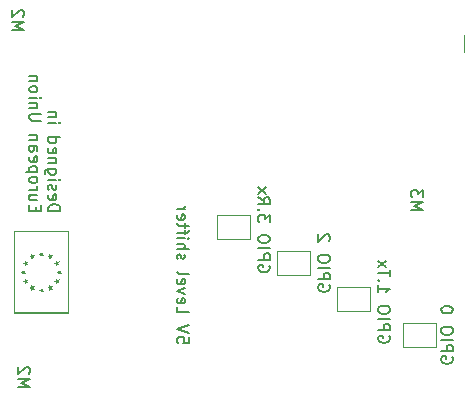
<source format=gbo>
%TF.GenerationSoftware,KiCad,Pcbnew,6.0.11*%
%TF.CreationDate,2024-08-04T21:37:39+01:00*%
%TF.ProjectId,ESPboard,45535062-6f61-4726-942e-6b696361645f,rev?*%
%TF.SameCoordinates,PX87a6900PY5d04800*%
%TF.FileFunction,Legend,Bot*%
%TF.FilePolarity,Positive*%
%FSLAX46Y46*%
G04 Gerber Fmt 4.6, Leading zero omitted, Abs format (unit mm)*
G04 Created by KiCad (PCBNEW 6.0.11) date 2024-08-04 21:37:39*
%MOMM*%
%LPD*%
G01*
G04 APERTURE LIST*
G04 Aperture macros list*
%AMRoundRect*
0 Rectangle with rounded corners*
0 $1 Rounding radius*
0 $2 $3 $4 $5 $6 $7 $8 $9 X,Y pos of 4 corners*
0 Add a 4 corners polygon primitive as box body*
4,1,4,$2,$3,$4,$5,$6,$7,$8,$9,$2,$3,0*
0 Add four circle primitives for the rounded corners*
1,1,$1+$1,$2,$3*
1,1,$1+$1,$4,$5*
1,1,$1+$1,$6,$7*
1,1,$1+$1,$8,$9*
0 Add four rect primitives between the rounded corners*
20,1,$1+$1,$2,$3,$4,$5,0*
20,1,$1+$1,$4,$5,$6,$7,0*
20,1,$1+$1,$6,$7,$8,$9,0*
20,1,$1+$1,$8,$9,$2,$3,0*%
%AMFreePoly0*
4,1,6,1.000000,0.000000,0.500000,-0.750000,-0.500000,-0.750000,-0.500000,0.750000,0.500000,0.750000,1.000000,0.000000,1.000000,0.000000,$1*%
%AMFreePoly1*
4,1,6,0.500000,-0.750000,-0.650000,-0.750000,-0.150000,0.000000,-0.650000,0.750000,0.500000,0.750000,0.500000,-0.750000,0.500000,-0.750000,$1*%
G04 Aperture macros list end*
%ADD10C,0.150000*%
%ADD11C,0.120000*%
%ADD12C,3.200000*%
%ADD13RoundRect,0.102000X-0.750000X0.750000X-0.750000X-0.750000X0.750000X-0.750000X0.750000X0.750000X0*%
%ADD14C,1.704000*%
%ADD15R,1.700000X1.700000*%
%ADD16O,1.700000X1.700000*%
%ADD17C,2.200000*%
%ADD18FreePoly0,180.000000*%
%ADD19FreePoly1,180.000000*%
G04 APERTURE END LIST*
D10*
X39425619Y-18843523D02*
X40425619Y-18843523D01*
X39711333Y-18510190D01*
X40425619Y-18176857D01*
X39425619Y-18176857D01*
X40425619Y-17795904D02*
X40425619Y-17176857D01*
X40044666Y-17510190D01*
X40044666Y-17367333D01*
X39997047Y-17272095D01*
X39949428Y-17224476D01*
X39854190Y-17176857D01*
X39616095Y-17176857D01*
X39520857Y-17224476D01*
X39473238Y-17272095D01*
X39425619Y-17367333D01*
X39425619Y-17653047D01*
X39473238Y-17748285D01*
X39520857Y-17795904D01*
X20613619Y-29645904D02*
X20613619Y-30122095D01*
X20137428Y-30169714D01*
X20185047Y-30122095D01*
X20232666Y-30026857D01*
X20232666Y-29788761D01*
X20185047Y-29693523D01*
X20137428Y-29645904D01*
X20042190Y-29598285D01*
X19804095Y-29598285D01*
X19708857Y-29645904D01*
X19661238Y-29693523D01*
X19613619Y-29788761D01*
X19613619Y-30026857D01*
X19661238Y-30122095D01*
X19708857Y-30169714D01*
X20613619Y-29312571D02*
X19613619Y-28979238D01*
X20613619Y-28645904D01*
X19613619Y-27074476D02*
X19613619Y-27550666D01*
X20613619Y-27550666D01*
X19661238Y-26360190D02*
X19613619Y-26455428D01*
X19613619Y-26645904D01*
X19661238Y-26741142D01*
X19756476Y-26788761D01*
X20137428Y-26788761D01*
X20232666Y-26741142D01*
X20280285Y-26645904D01*
X20280285Y-26455428D01*
X20232666Y-26360190D01*
X20137428Y-26312571D01*
X20042190Y-26312571D01*
X19946952Y-26788761D01*
X20280285Y-25979238D02*
X19613619Y-25741142D01*
X20280285Y-25503047D01*
X19661238Y-24741142D02*
X19613619Y-24836380D01*
X19613619Y-25026857D01*
X19661238Y-25122095D01*
X19756476Y-25169714D01*
X20137428Y-25169714D01*
X20232666Y-25122095D01*
X20280285Y-25026857D01*
X20280285Y-24836380D01*
X20232666Y-24741142D01*
X20137428Y-24693523D01*
X20042190Y-24693523D01*
X19946952Y-25169714D01*
X19613619Y-24122095D02*
X19661238Y-24217333D01*
X19756476Y-24264952D01*
X20613619Y-24264952D01*
X19661238Y-23026857D02*
X19613619Y-22931619D01*
X19613619Y-22741142D01*
X19661238Y-22645904D01*
X19756476Y-22598285D01*
X19804095Y-22598285D01*
X19899333Y-22645904D01*
X19946952Y-22741142D01*
X19946952Y-22884000D01*
X19994571Y-22979238D01*
X20089809Y-23026857D01*
X20137428Y-23026857D01*
X20232666Y-22979238D01*
X20280285Y-22884000D01*
X20280285Y-22741142D01*
X20232666Y-22645904D01*
X19613619Y-22169714D02*
X20613619Y-22169714D01*
X19613619Y-21741142D02*
X20137428Y-21741142D01*
X20232666Y-21788761D01*
X20280285Y-21884000D01*
X20280285Y-22026857D01*
X20232666Y-22122095D01*
X20185047Y-22169714D01*
X19613619Y-21264952D02*
X20280285Y-21264952D01*
X20613619Y-21264952D02*
X20566000Y-21312571D01*
X20518380Y-21264952D01*
X20566000Y-21217333D01*
X20613619Y-21264952D01*
X20518380Y-21264952D01*
X20280285Y-20931619D02*
X20280285Y-20550666D01*
X19613619Y-20788761D02*
X20470761Y-20788761D01*
X20566000Y-20741142D01*
X20613619Y-20645904D01*
X20613619Y-20550666D01*
X20280285Y-20360190D02*
X20280285Y-19979238D01*
X20613619Y-20217333D02*
X19756476Y-20217333D01*
X19661238Y-20169714D01*
X19613619Y-20074476D01*
X19613619Y-19979238D01*
X19661238Y-19264952D02*
X19613619Y-19360190D01*
X19613619Y-19550666D01*
X19661238Y-19645904D01*
X19756476Y-19693523D01*
X20137428Y-19693523D01*
X20232666Y-19645904D01*
X20280285Y-19550666D01*
X20280285Y-19360190D01*
X20232666Y-19264952D01*
X20137428Y-19217333D01*
X20042190Y-19217333D01*
X19946952Y-19693523D01*
X19613619Y-18788761D02*
X20280285Y-18788761D01*
X20089809Y-18788761D02*
X20185047Y-18741142D01*
X20232666Y-18693523D01*
X20280285Y-18598285D01*
X20280285Y-18503047D01*
X5643619Y-3603523D02*
X6643619Y-3603523D01*
X5929333Y-3270190D01*
X6643619Y-2936857D01*
X5643619Y-2936857D01*
X6548380Y-2508285D02*
X6596000Y-2460666D01*
X6643619Y-2365428D01*
X6643619Y-2127333D01*
X6596000Y-2032095D01*
X6548380Y-1984476D01*
X6453142Y-1936857D01*
X6357904Y-1936857D01*
X6215047Y-1984476D01*
X5643619Y-2555904D01*
X5643619Y-1936857D01*
X42918000Y-31321142D02*
X42965619Y-31416380D01*
X42965619Y-31559238D01*
X42918000Y-31702095D01*
X42822761Y-31797333D01*
X42727523Y-31844952D01*
X42537047Y-31892571D01*
X42394190Y-31892571D01*
X42203714Y-31844952D01*
X42108476Y-31797333D01*
X42013238Y-31702095D01*
X41965619Y-31559238D01*
X41965619Y-31464000D01*
X42013238Y-31321142D01*
X42060857Y-31273523D01*
X42394190Y-31273523D01*
X42394190Y-31464000D01*
X41965619Y-30844952D02*
X42965619Y-30844952D01*
X42965619Y-30464000D01*
X42918000Y-30368761D01*
X42870380Y-30321142D01*
X42775142Y-30273523D01*
X42632285Y-30273523D01*
X42537047Y-30321142D01*
X42489428Y-30368761D01*
X42441809Y-30464000D01*
X42441809Y-30844952D01*
X41965619Y-29844952D02*
X42965619Y-29844952D01*
X42965619Y-29178285D02*
X42965619Y-28987809D01*
X42918000Y-28892571D01*
X42822761Y-28797333D01*
X42632285Y-28749714D01*
X42298952Y-28749714D01*
X42108476Y-28797333D01*
X42013238Y-28892571D01*
X41965619Y-28987809D01*
X41965619Y-29178285D01*
X42013238Y-29273523D01*
X42108476Y-29368761D01*
X42298952Y-29416380D01*
X42632285Y-29416380D01*
X42822761Y-29368761D01*
X42918000Y-29273523D01*
X42965619Y-29178285D01*
X42965619Y-27368761D02*
X42965619Y-27273523D01*
X42918000Y-27178285D01*
X42870380Y-27130666D01*
X42775142Y-27083047D01*
X42584666Y-27035428D01*
X42346571Y-27035428D01*
X42156095Y-27083047D01*
X42060857Y-27130666D01*
X42013238Y-27178285D01*
X41965619Y-27273523D01*
X41965619Y-27368761D01*
X42013238Y-27464000D01*
X42060857Y-27511619D01*
X42156095Y-27559238D01*
X42346571Y-27606857D01*
X42584666Y-27606857D01*
X42775142Y-27559238D01*
X42870380Y-27511619D01*
X42918000Y-27464000D01*
X42965619Y-27368761D01*
X6151619Y-33829523D02*
X7151619Y-33829523D01*
X6437333Y-33496190D01*
X7151619Y-33162857D01*
X6151619Y-33162857D01*
X7056380Y-32734285D02*
X7104000Y-32686666D01*
X7151619Y-32591428D01*
X7151619Y-32353333D01*
X7104000Y-32258095D01*
X7056380Y-32210476D01*
X6961142Y-32162857D01*
X6865904Y-32162857D01*
X6723047Y-32210476D01*
X6151619Y-32781904D01*
X6151619Y-32162857D01*
X37584000Y-29550952D02*
X37631619Y-29646190D01*
X37631619Y-29789047D01*
X37584000Y-29931904D01*
X37488761Y-30027142D01*
X37393523Y-30074761D01*
X37203047Y-30122380D01*
X37060190Y-30122380D01*
X36869714Y-30074761D01*
X36774476Y-30027142D01*
X36679238Y-29931904D01*
X36631619Y-29789047D01*
X36631619Y-29693809D01*
X36679238Y-29550952D01*
X36726857Y-29503333D01*
X37060190Y-29503333D01*
X37060190Y-29693809D01*
X36631619Y-29074761D02*
X37631619Y-29074761D01*
X37631619Y-28693809D01*
X37584000Y-28598571D01*
X37536380Y-28550952D01*
X37441142Y-28503333D01*
X37298285Y-28503333D01*
X37203047Y-28550952D01*
X37155428Y-28598571D01*
X37107809Y-28693809D01*
X37107809Y-29074761D01*
X36631619Y-28074761D02*
X37631619Y-28074761D01*
X37631619Y-27408095D02*
X37631619Y-27217619D01*
X37584000Y-27122380D01*
X37488761Y-27027142D01*
X37298285Y-26979523D01*
X36964952Y-26979523D01*
X36774476Y-27027142D01*
X36679238Y-27122380D01*
X36631619Y-27217619D01*
X36631619Y-27408095D01*
X36679238Y-27503333D01*
X36774476Y-27598571D01*
X36964952Y-27646190D01*
X37298285Y-27646190D01*
X37488761Y-27598571D01*
X37584000Y-27503333D01*
X37631619Y-27408095D01*
X36631619Y-25265238D02*
X36631619Y-25836666D01*
X36631619Y-25550952D02*
X37631619Y-25550952D01*
X37488761Y-25646190D01*
X37393523Y-25741428D01*
X37345904Y-25836666D01*
X36726857Y-24836666D02*
X36679238Y-24789047D01*
X36631619Y-24836666D01*
X36679238Y-24884285D01*
X36726857Y-24836666D01*
X36631619Y-24836666D01*
X37631619Y-24503333D02*
X37631619Y-23931904D01*
X36631619Y-24217619D02*
X37631619Y-24217619D01*
X36631619Y-23693809D02*
X37298285Y-23170000D01*
X37298285Y-23693809D02*
X36631619Y-23170000D01*
X27424000Y-23574000D02*
X27471619Y-23669238D01*
X27471619Y-23812095D01*
X27424000Y-23954952D01*
X27328761Y-24050190D01*
X27233523Y-24097809D01*
X27043047Y-24145428D01*
X26900190Y-24145428D01*
X26709714Y-24097809D01*
X26614476Y-24050190D01*
X26519238Y-23954952D01*
X26471619Y-23812095D01*
X26471619Y-23716857D01*
X26519238Y-23574000D01*
X26566857Y-23526380D01*
X26900190Y-23526380D01*
X26900190Y-23716857D01*
X26471619Y-23097809D02*
X27471619Y-23097809D01*
X27471619Y-22716857D01*
X27424000Y-22621619D01*
X27376380Y-22574000D01*
X27281142Y-22526380D01*
X27138285Y-22526380D01*
X27043047Y-22574000D01*
X26995428Y-22621619D01*
X26947809Y-22716857D01*
X26947809Y-23097809D01*
X26471619Y-22097809D02*
X27471619Y-22097809D01*
X27471619Y-21431142D02*
X27471619Y-21240666D01*
X27424000Y-21145428D01*
X27328761Y-21050190D01*
X27138285Y-21002571D01*
X26804952Y-21002571D01*
X26614476Y-21050190D01*
X26519238Y-21145428D01*
X26471619Y-21240666D01*
X26471619Y-21431142D01*
X26519238Y-21526380D01*
X26614476Y-21621619D01*
X26804952Y-21669238D01*
X27138285Y-21669238D01*
X27328761Y-21621619D01*
X27424000Y-21526380D01*
X27471619Y-21431142D01*
X27471619Y-19907333D02*
X27471619Y-19288285D01*
X27090666Y-19621619D01*
X27090666Y-19478761D01*
X27043047Y-19383523D01*
X26995428Y-19335904D01*
X26900190Y-19288285D01*
X26662095Y-19288285D01*
X26566857Y-19335904D01*
X26519238Y-19383523D01*
X26471619Y-19478761D01*
X26471619Y-19764476D01*
X26519238Y-19859714D01*
X26566857Y-19907333D01*
X26566857Y-18859714D02*
X26519238Y-18812095D01*
X26471619Y-18859714D01*
X26519238Y-18907333D01*
X26566857Y-18859714D01*
X26471619Y-18859714D01*
X26471619Y-17812095D02*
X26947809Y-18145428D01*
X26471619Y-18383523D02*
X27471619Y-18383523D01*
X27471619Y-18002571D01*
X27424000Y-17907333D01*
X27376380Y-17859714D01*
X27281142Y-17812095D01*
X27138285Y-17812095D01*
X27043047Y-17859714D01*
X26995428Y-17907333D01*
X26947809Y-18002571D01*
X26947809Y-18383523D01*
X26471619Y-17478761D02*
X27138285Y-16954952D01*
X27138285Y-17478761D02*
X26471619Y-16954952D01*
X32504000Y-25225142D02*
X32551619Y-25320380D01*
X32551619Y-25463238D01*
X32504000Y-25606095D01*
X32408761Y-25701333D01*
X32313523Y-25748952D01*
X32123047Y-25796571D01*
X31980190Y-25796571D01*
X31789714Y-25748952D01*
X31694476Y-25701333D01*
X31599238Y-25606095D01*
X31551619Y-25463238D01*
X31551619Y-25368000D01*
X31599238Y-25225142D01*
X31646857Y-25177523D01*
X31980190Y-25177523D01*
X31980190Y-25368000D01*
X31551619Y-24748952D02*
X32551619Y-24748952D01*
X32551619Y-24368000D01*
X32504000Y-24272761D01*
X32456380Y-24225142D01*
X32361142Y-24177523D01*
X32218285Y-24177523D01*
X32123047Y-24225142D01*
X32075428Y-24272761D01*
X32027809Y-24368000D01*
X32027809Y-24748952D01*
X31551619Y-23748952D02*
X32551619Y-23748952D01*
X32551619Y-23082285D02*
X32551619Y-22891809D01*
X32504000Y-22796571D01*
X32408761Y-22701333D01*
X32218285Y-22653714D01*
X31884952Y-22653714D01*
X31694476Y-22701333D01*
X31599238Y-22796571D01*
X31551619Y-22891809D01*
X31551619Y-23082285D01*
X31599238Y-23177523D01*
X31694476Y-23272761D01*
X31884952Y-23320380D01*
X32218285Y-23320380D01*
X32408761Y-23272761D01*
X32504000Y-23177523D01*
X32551619Y-23082285D01*
X32456380Y-21510857D02*
X32504000Y-21463238D01*
X32551619Y-21368000D01*
X32551619Y-21129904D01*
X32504000Y-21034666D01*
X32456380Y-20987047D01*
X32361142Y-20939428D01*
X32265904Y-20939428D01*
X32123047Y-20987047D01*
X31551619Y-21558476D01*
X31551619Y-20939428D01*
X8734619Y-18968404D02*
X9734619Y-18968404D01*
X9734619Y-18730309D01*
X9687000Y-18587452D01*
X9591761Y-18492214D01*
X9496523Y-18444595D01*
X9306047Y-18396976D01*
X9163190Y-18396976D01*
X8972714Y-18444595D01*
X8877476Y-18492214D01*
X8782238Y-18587452D01*
X8734619Y-18730309D01*
X8734619Y-18968404D01*
X8782238Y-17587452D02*
X8734619Y-17682690D01*
X8734619Y-17873166D01*
X8782238Y-17968404D01*
X8877476Y-18016023D01*
X9258428Y-18016023D01*
X9353666Y-17968404D01*
X9401285Y-17873166D01*
X9401285Y-17682690D01*
X9353666Y-17587452D01*
X9258428Y-17539833D01*
X9163190Y-17539833D01*
X9067952Y-18016023D01*
X8782238Y-17158880D02*
X8734619Y-17063642D01*
X8734619Y-16873166D01*
X8782238Y-16777928D01*
X8877476Y-16730309D01*
X8925095Y-16730309D01*
X9020333Y-16777928D01*
X9067952Y-16873166D01*
X9067952Y-17016023D01*
X9115571Y-17111261D01*
X9210809Y-17158880D01*
X9258428Y-17158880D01*
X9353666Y-17111261D01*
X9401285Y-17016023D01*
X9401285Y-16873166D01*
X9353666Y-16777928D01*
X8734619Y-16301738D02*
X9401285Y-16301738D01*
X9734619Y-16301738D02*
X9687000Y-16349357D01*
X9639380Y-16301738D01*
X9687000Y-16254119D01*
X9734619Y-16301738D01*
X9639380Y-16301738D01*
X9401285Y-15396976D02*
X8591761Y-15396976D01*
X8496523Y-15444595D01*
X8448904Y-15492214D01*
X8401285Y-15587452D01*
X8401285Y-15730309D01*
X8448904Y-15825547D01*
X8782238Y-15396976D02*
X8734619Y-15492214D01*
X8734619Y-15682690D01*
X8782238Y-15777928D01*
X8829857Y-15825547D01*
X8925095Y-15873166D01*
X9210809Y-15873166D01*
X9306047Y-15825547D01*
X9353666Y-15777928D01*
X9401285Y-15682690D01*
X9401285Y-15492214D01*
X9353666Y-15396976D01*
X9401285Y-14920785D02*
X8734619Y-14920785D01*
X9306047Y-14920785D02*
X9353666Y-14873166D01*
X9401285Y-14777928D01*
X9401285Y-14635071D01*
X9353666Y-14539833D01*
X9258428Y-14492214D01*
X8734619Y-14492214D01*
X8782238Y-13635071D02*
X8734619Y-13730309D01*
X8734619Y-13920785D01*
X8782238Y-14016023D01*
X8877476Y-14063642D01*
X9258428Y-14063642D01*
X9353666Y-14016023D01*
X9401285Y-13920785D01*
X9401285Y-13730309D01*
X9353666Y-13635071D01*
X9258428Y-13587452D01*
X9163190Y-13587452D01*
X9067952Y-14063642D01*
X8734619Y-12730309D02*
X9734619Y-12730309D01*
X8782238Y-12730309D02*
X8734619Y-12825547D01*
X8734619Y-13016023D01*
X8782238Y-13111261D01*
X8829857Y-13158880D01*
X8925095Y-13206500D01*
X9210809Y-13206500D01*
X9306047Y-13158880D01*
X9353666Y-13111261D01*
X9401285Y-13016023D01*
X9401285Y-12825547D01*
X9353666Y-12730309D01*
X8734619Y-11492214D02*
X9401285Y-11492214D01*
X9734619Y-11492214D02*
X9687000Y-11539833D01*
X9639380Y-11492214D01*
X9687000Y-11444595D01*
X9734619Y-11492214D01*
X9639380Y-11492214D01*
X9401285Y-11016023D02*
X8734619Y-11016023D01*
X9306047Y-11016023D02*
X9353666Y-10968404D01*
X9401285Y-10873166D01*
X9401285Y-10730309D01*
X9353666Y-10635071D01*
X9258428Y-10587452D01*
X8734619Y-10587452D01*
X7648428Y-18968404D02*
X7648428Y-18635071D01*
X7124619Y-18492214D02*
X7124619Y-18968404D01*
X8124619Y-18968404D01*
X8124619Y-18492214D01*
X7791285Y-17635071D02*
X7124619Y-17635071D01*
X7791285Y-18063642D02*
X7267476Y-18063642D01*
X7172238Y-18016023D01*
X7124619Y-17920785D01*
X7124619Y-17777928D01*
X7172238Y-17682690D01*
X7219857Y-17635071D01*
X7124619Y-17158880D02*
X7791285Y-17158880D01*
X7600809Y-17158880D02*
X7696047Y-17111261D01*
X7743666Y-17063642D01*
X7791285Y-16968404D01*
X7791285Y-16873166D01*
X7124619Y-16396976D02*
X7172238Y-16492214D01*
X7219857Y-16539833D01*
X7315095Y-16587452D01*
X7600809Y-16587452D01*
X7696047Y-16539833D01*
X7743666Y-16492214D01*
X7791285Y-16396976D01*
X7791285Y-16254119D01*
X7743666Y-16158880D01*
X7696047Y-16111261D01*
X7600809Y-16063642D01*
X7315095Y-16063642D01*
X7219857Y-16111261D01*
X7172238Y-16158880D01*
X7124619Y-16254119D01*
X7124619Y-16396976D01*
X7791285Y-15635071D02*
X6791285Y-15635071D01*
X7743666Y-15635071D02*
X7791285Y-15539833D01*
X7791285Y-15349357D01*
X7743666Y-15254119D01*
X7696047Y-15206500D01*
X7600809Y-15158880D01*
X7315095Y-15158880D01*
X7219857Y-15206500D01*
X7172238Y-15254119D01*
X7124619Y-15349357D01*
X7124619Y-15539833D01*
X7172238Y-15635071D01*
X7172238Y-14349357D02*
X7124619Y-14444595D01*
X7124619Y-14635071D01*
X7172238Y-14730309D01*
X7267476Y-14777928D01*
X7648428Y-14777928D01*
X7743666Y-14730309D01*
X7791285Y-14635071D01*
X7791285Y-14444595D01*
X7743666Y-14349357D01*
X7648428Y-14301738D01*
X7553190Y-14301738D01*
X7457952Y-14777928D01*
X7124619Y-13444595D02*
X7648428Y-13444595D01*
X7743666Y-13492214D01*
X7791285Y-13587452D01*
X7791285Y-13777928D01*
X7743666Y-13873166D01*
X7172238Y-13444595D02*
X7124619Y-13539833D01*
X7124619Y-13777928D01*
X7172238Y-13873166D01*
X7267476Y-13920785D01*
X7362714Y-13920785D01*
X7457952Y-13873166D01*
X7505571Y-13777928D01*
X7505571Y-13539833D01*
X7553190Y-13444595D01*
X7791285Y-12968404D02*
X7124619Y-12968404D01*
X7696047Y-12968404D02*
X7743666Y-12920785D01*
X7791285Y-12825547D01*
X7791285Y-12682690D01*
X7743666Y-12587452D01*
X7648428Y-12539833D01*
X7124619Y-12539833D01*
X8124619Y-11301738D02*
X7315095Y-11301738D01*
X7219857Y-11254119D01*
X7172238Y-11206500D01*
X7124619Y-11111261D01*
X7124619Y-10920785D01*
X7172238Y-10825547D01*
X7219857Y-10777928D01*
X7315095Y-10730309D01*
X8124619Y-10730309D01*
X7791285Y-10254119D02*
X7124619Y-10254119D01*
X7696047Y-10254119D02*
X7743666Y-10206500D01*
X7791285Y-10111261D01*
X7791285Y-9968404D01*
X7743666Y-9873166D01*
X7648428Y-9825547D01*
X7124619Y-9825547D01*
X7124619Y-9349357D02*
X7791285Y-9349357D01*
X8124619Y-9349357D02*
X8077000Y-9396976D01*
X8029380Y-9349357D01*
X8077000Y-9301738D01*
X8124619Y-9349357D01*
X8029380Y-9349357D01*
X7124619Y-8730309D02*
X7172238Y-8825547D01*
X7219857Y-8873166D01*
X7315095Y-8920785D01*
X7600809Y-8920785D01*
X7696047Y-8873166D01*
X7743666Y-8825547D01*
X7791285Y-8730309D01*
X7791285Y-8587452D01*
X7743666Y-8492214D01*
X7696047Y-8444595D01*
X7600809Y-8396976D01*
X7315095Y-8396976D01*
X7219857Y-8444595D01*
X7172238Y-8492214D01*
X7124619Y-8587452D01*
X7124619Y-8730309D01*
X7791285Y-7968404D02*
X7124619Y-7968404D01*
X7696047Y-7968404D02*
X7743666Y-7920785D01*
X7791285Y-7825547D01*
X7791285Y-7682690D01*
X7743666Y-7587452D01*
X7648428Y-7539833D01*
X7124619Y-7539833D01*
D11*
X41532000Y-28464000D02*
X38732000Y-28464000D01*
X38732000Y-30464000D02*
X41532000Y-30464000D01*
X38732000Y-28464000D02*
X38732000Y-30464000D01*
X41532000Y-30464000D02*
X41532000Y-28464000D01*
X30901000Y-22368000D02*
X28101000Y-22368000D01*
X30901000Y-24368000D02*
X30901000Y-22368000D01*
X28101000Y-22368000D02*
X28101000Y-24368000D01*
X28101000Y-24368000D02*
X30901000Y-24368000D01*
G36*
X8830225Y-22572275D02*
G01*
X8847523Y-22586204D01*
X8870382Y-22617315D01*
X8896241Y-22658410D01*
X8922690Y-22693988D01*
X8945712Y-22709099D01*
X8973262Y-22708079D01*
X9013292Y-22695268D01*
X9033098Y-22688477D01*
X9074450Y-22675684D01*
X9097525Y-22670607D01*
X9102367Y-22671000D01*
X9110853Y-22682398D01*
X9098465Y-22711636D01*
X9064175Y-22761516D01*
X9016489Y-22825471D01*
X9064175Y-22885680D01*
X9078624Y-22904326D01*
X9105481Y-22945186D01*
X9107618Y-22966100D01*
X9084095Y-22969285D01*
X9033972Y-22956960D01*
X9006860Y-22948905D01*
X8966325Y-22937645D01*
X8946015Y-22933148D01*
X8939991Y-22936907D01*
X8918791Y-22960482D01*
X8890492Y-22998561D01*
X8874617Y-23020307D01*
X8847699Y-23051781D01*
X8830870Y-23064152D01*
X8825150Y-23056541D01*
X8819065Y-23024264D01*
X8816703Y-22975282D01*
X8816703Y-22886413D01*
X8734587Y-22859138D01*
X8702850Y-22847341D01*
X8669909Y-22830803D01*
X8660375Y-22819076D01*
X8666339Y-22814180D01*
X8696869Y-22800363D01*
X8742491Y-22785509D01*
X8816703Y-22764731D01*
X8816703Y-22668476D01*
X8818051Y-22625710D01*
X8822716Y-22587103D01*
X8829565Y-22572221D01*
X8830225Y-22572275D01*
G37*
G36*
X6557646Y-23900790D02*
G01*
X6570221Y-23913351D01*
X6571858Y-23918716D01*
X6588181Y-23945075D01*
X6616352Y-23981526D01*
X6662484Y-24036784D01*
X6742256Y-24009603D01*
X6771953Y-23999610D01*
X6810143Y-23987250D01*
X6827306Y-23982421D01*
X6828760Y-23982530D01*
X6831564Y-23992806D01*
X6816254Y-24021977D01*
X6781278Y-24073099D01*
X6729972Y-24144542D01*
X6783255Y-24211817D01*
X6802949Y-24238295D01*
X6823239Y-24271536D01*
X6827251Y-24288379D01*
X6819030Y-24289948D01*
X6786637Y-24284717D01*
X6740365Y-24271225D01*
X6712575Y-24261812D01*
X6675754Y-24249574D01*
X6660267Y-24244784D01*
X6653383Y-24252816D01*
X6632031Y-24281077D01*
X6601697Y-24322673D01*
X6545625Y-24400562D01*
X6537426Y-24303501D01*
X6529227Y-24206441D01*
X6452498Y-24180519D01*
X6426482Y-24171321D01*
X6385836Y-24154991D01*
X6365194Y-24143816D01*
X6370167Y-24136177D01*
X6399093Y-24122237D01*
X6446023Y-24106463D01*
X6537426Y-24079891D01*
X6537426Y-23990162D01*
X6538868Y-23953472D01*
X6544824Y-23915255D01*
X6553824Y-23900433D01*
X6557646Y-23900790D01*
G37*
G36*
X10472868Y-27639103D02*
G01*
X5799531Y-27639103D01*
X5799531Y-27540717D01*
X5897917Y-27540717D01*
X10374482Y-27540717D01*
X10374482Y-20735682D01*
X5897917Y-20735682D01*
X5897917Y-27540717D01*
X5799531Y-27540717D01*
X5799531Y-20637296D01*
X10472868Y-20637296D01*
X10472868Y-27639103D01*
G37*
G36*
X8076680Y-25420498D02*
G01*
X8091966Y-25441278D01*
X8129979Y-25494981D01*
X8160520Y-25530222D01*
X8187095Y-25545613D01*
X8216902Y-25545144D01*
X8257144Y-25532807D01*
X8278677Y-25525419D01*
X8320595Y-25512513D01*
X8344200Y-25507405D01*
X8350368Y-25508995D01*
X8350093Y-25521668D01*
X8333292Y-25550726D01*
X8297757Y-25600598D01*
X8290103Y-25611143D01*
X8268049Y-25644231D01*
X8259182Y-25662231D01*
X8262548Y-25670295D01*
X8280405Y-25699272D01*
X8308489Y-25739733D01*
X8326261Y-25765536D01*
X8345868Y-25799009D01*
X8350372Y-25815225D01*
X8342325Y-25816071D01*
X8310390Y-25809689D01*
X8264170Y-25795620D01*
X8221157Y-25782450D01*
X8189454Y-25780712D01*
X8162385Y-25794626D01*
X8132404Y-25828111D01*
X8091966Y-25885088D01*
X8087589Y-25891424D01*
X8074095Y-25908398D01*
X8067013Y-25906185D01*
X8064140Y-25880250D01*
X8063270Y-25826055D01*
X8062410Y-25726564D01*
X7970366Y-25697550D01*
X7937679Y-25686600D01*
X7902479Y-25670028D01*
X7898244Y-25655452D01*
X7925437Y-25640420D01*
X7984521Y-25622475D01*
X8062410Y-25601529D01*
X8063270Y-25501175D01*
X8063422Y-25484427D01*
X8064584Y-25437531D01*
X8068278Y-25417735D01*
X8076680Y-25420498D01*
G37*
G36*
X9396408Y-24661706D02*
G01*
X9420715Y-24688287D01*
X9452090Y-24728436D01*
X9505360Y-24800866D01*
X9573035Y-24776989D01*
X9589608Y-24771379D01*
X9634968Y-24758327D01*
X9664623Y-24753112D01*
X9671719Y-24755898D01*
X9666752Y-24776106D01*
X9637965Y-24816963D01*
X9621102Y-24839305D01*
X9596902Y-24876451D01*
X9587394Y-24899094D01*
X9590554Y-24909880D01*
X9608386Y-24943015D01*
X9636701Y-24985440D01*
X9654614Y-25011155D01*
X9674810Y-25044002D01*
X9680253Y-25059263D01*
X9675355Y-25059849D01*
X9647350Y-25053890D01*
X9604288Y-25040247D01*
X9588457Y-25034718D01*
X9538125Y-25020083D01*
X9505040Y-25021076D01*
X9478552Y-25040476D01*
X9448013Y-25081066D01*
X9432148Y-25102860D01*
X9405547Y-25134301D01*
X9389210Y-25146656D01*
X9382967Y-25137423D01*
X9375706Y-25103368D01*
X9370943Y-25052850D01*
X9366025Y-24959044D01*
X9288136Y-24937113D01*
X9261090Y-24928713D01*
X9224565Y-24913887D01*
X9210247Y-24902617D01*
X9215232Y-24896661D01*
X9243399Y-24882081D01*
X9288136Y-24865932D01*
X9366025Y-24841813D01*
X9370943Y-24748270D01*
X9374188Y-24708038D01*
X9380375Y-24669861D01*
X9387340Y-24655366D01*
X9396408Y-24661706D01*
G37*
G36*
X9387746Y-23129796D02*
G01*
X9405044Y-23143725D01*
X9427903Y-23174836D01*
X9454901Y-23217723D01*
X9481155Y-23252296D01*
X9505200Y-23266758D01*
X9535607Y-23265479D01*
X9580946Y-23252825D01*
X9610099Y-23244237D01*
X9652395Y-23232844D01*
X9674878Y-23228306D01*
X9674848Y-23236787D01*
X9659626Y-23264942D01*
X9631678Y-23306017D01*
X9574784Y-23383906D01*
X9630502Y-23456109D01*
X9652979Y-23486770D01*
X9673785Y-23519866D01*
X9678864Y-23535668D01*
X9668240Y-23536153D01*
X9633769Y-23528874D01*
X9585223Y-23514367D01*
X9498939Y-23485708D01*
X9473476Y-23524458D01*
X9446108Y-23562333D01*
X9411637Y-23604738D01*
X9375260Y-23646269D01*
X9374742Y-23545101D01*
X9374224Y-23443934D01*
X9292108Y-23416659D01*
X9260371Y-23404861D01*
X9227430Y-23388324D01*
X9217896Y-23376597D01*
X9223860Y-23371701D01*
X9254389Y-23357884D01*
X9300012Y-23343030D01*
X9374224Y-23322252D01*
X9374224Y-23225997D01*
X9375572Y-23183231D01*
X9380237Y-23144624D01*
X9387086Y-23129742D01*
X9387746Y-23129796D01*
G37*
G36*
X7310240Y-25215215D02*
G01*
X7332662Y-25239628D01*
X7366415Y-25284891D01*
X7407662Y-25346019D01*
X7413744Y-25349197D01*
X7443701Y-25347519D01*
X7487613Y-25335540D01*
X7508091Y-25328520D01*
X7549500Y-25315711D01*
X7572541Y-25310633D01*
X7575295Y-25310730D01*
X7585780Y-25318740D01*
X7576449Y-25342455D01*
X7545883Y-25385880D01*
X7537363Y-25397488D01*
X7514191Y-25434797D01*
X7504889Y-25459670D01*
X7505785Y-25465011D01*
X7519954Y-25494917D01*
X7545883Y-25533459D01*
X7548023Y-25536276D01*
X7578213Y-25580939D01*
X7583974Y-25604741D01*
X7564560Y-25609458D01*
X7519225Y-25596865D01*
X7509687Y-25593526D01*
X7456315Y-25577776D01*
X7421146Y-25578167D01*
X7393716Y-25597502D01*
X7363562Y-25638587D01*
X7348765Y-25659789D01*
X7322570Y-25691641D01*
X7305938Y-25704177D01*
X7300197Y-25696567D01*
X7294090Y-25664290D01*
X7291719Y-25615308D01*
X7291719Y-25526439D01*
X7209731Y-25499206D01*
X7178307Y-25487832D01*
X7141918Y-25471318D01*
X7127742Y-25459773D01*
X7132731Y-25453943D01*
X7160899Y-25439533D01*
X7205631Y-25423453D01*
X7283520Y-25399334D01*
X7288438Y-25305791D01*
X7291676Y-25265566D01*
X7297866Y-25227156D01*
X7304836Y-25212359D01*
X7310240Y-25215215D01*
G37*
G36*
X6751297Y-24657031D02*
G01*
X6773616Y-24680405D01*
X6807730Y-24725730D01*
X6850141Y-24788498D01*
X6856223Y-24791676D01*
X6886180Y-24789998D01*
X6930092Y-24778019D01*
X6949589Y-24771441D01*
X6995236Y-24758326D01*
X7024638Y-24753112D01*
X7032534Y-24757096D01*
X7026405Y-24778990D01*
X6997979Y-24821933D01*
X6979655Y-24848074D01*
X6956630Y-24885862D01*
X6947824Y-24908021D01*
X6950674Y-24917250D01*
X6968419Y-24948741D01*
X6996937Y-24989592D01*
X7013554Y-25012368D01*
X7034310Y-25044467D01*
X7040033Y-25059458D01*
X7035187Y-25059986D01*
X7007279Y-25053927D01*
X6964262Y-25040247D01*
X6948431Y-25034718D01*
X6898099Y-25020083D01*
X6865014Y-25021076D01*
X6838526Y-25040476D01*
X6807988Y-25081066D01*
X6792113Y-25102811D01*
X6765194Y-25134286D01*
X6748366Y-25146656D01*
X6742645Y-25139046D01*
X6736560Y-25106769D01*
X6734198Y-25057787D01*
X6734198Y-24968918D01*
X6652210Y-24941685D01*
X6620779Y-24930325D01*
X6584395Y-24913893D01*
X6570221Y-24902473D01*
X6576178Y-24896475D01*
X6605906Y-24883455D01*
X6652210Y-24869481D01*
X6734198Y-24848468D01*
X6734198Y-24751597D01*
X6735507Y-24708255D01*
X6739966Y-24669662D01*
X6746496Y-24654838D01*
X6751297Y-24657031D01*
G37*
G36*
X9628039Y-23937234D02*
G01*
X9630863Y-23940468D01*
X9661862Y-23978875D01*
X9683204Y-24010031D01*
X9685390Y-24013782D01*
X9699568Y-24027800D01*
X9723534Y-24028630D01*
X9767766Y-24017155D01*
X9784498Y-24012089D01*
X9830302Y-23997692D01*
X9859662Y-23987696D01*
X9876821Y-23983705D01*
X9879685Y-23993314D01*
X9864863Y-24021126D01*
X9831053Y-24070922D01*
X9779554Y-24143985D01*
X9830842Y-24213726D01*
X9850228Y-24241270D01*
X9870518Y-24274317D01*
X9875760Y-24289838D01*
X9866825Y-24290371D01*
X9833780Y-24284211D01*
X9786100Y-24271474D01*
X9702811Y-24246740D01*
X9649202Y-24321634D01*
X9595592Y-24396527D01*
X9587394Y-24301484D01*
X9579195Y-24206441D01*
X9502465Y-24180519D01*
X9476511Y-24171324D01*
X9435607Y-24154777D01*
X9414615Y-24143269D01*
X9419519Y-24135287D01*
X9448440Y-24121100D01*
X9495444Y-24105211D01*
X9587394Y-24078480D01*
X9588430Y-23892234D01*
X9628039Y-23937234D01*
G37*
G36*
X8835224Y-25215215D02*
G01*
X8857646Y-25239628D01*
X8891399Y-25284891D01*
X8932646Y-25346019D01*
X8938728Y-25349197D01*
X8968684Y-25347519D01*
X9012596Y-25335540D01*
X9033075Y-25328520D01*
X9074484Y-25315711D01*
X9097525Y-25310633D01*
X9100279Y-25310730D01*
X9110764Y-25318740D01*
X9101433Y-25342455D01*
X9070867Y-25385880D01*
X9062347Y-25397488D01*
X9039175Y-25434797D01*
X9029873Y-25459670D01*
X9030769Y-25465011D01*
X9044938Y-25494917D01*
X9070867Y-25533459D01*
X9073007Y-25536276D01*
X9103197Y-25580939D01*
X9108958Y-25604741D01*
X9089544Y-25609458D01*
X9044209Y-25596865D01*
X9033173Y-25592999D01*
X8981867Y-25577766D01*
X8948244Y-25578317D01*
X8921415Y-25597605D01*
X8890492Y-25638587D01*
X8874627Y-25660381D01*
X8848026Y-25691822D01*
X8831689Y-25704177D01*
X8825546Y-25695340D01*
X8818225Y-25661699D01*
X8813422Y-25611539D01*
X8808504Y-25518901D01*
X8730615Y-25496259D01*
X8703488Y-25487554D01*
X8667019Y-25472245D01*
X8652726Y-25460595D01*
X8657705Y-25454483D01*
X8685871Y-25439688D01*
X8730615Y-25423453D01*
X8808504Y-25399334D01*
X8813422Y-25305791D01*
X8816660Y-25265566D01*
X8822850Y-25227156D01*
X8829819Y-25212359D01*
X8835224Y-25215215D01*
G37*
G36*
X6751297Y-23132048D02*
G01*
X6773616Y-23155421D01*
X6807730Y-23200746D01*
X6850141Y-23263514D01*
X6856223Y-23266692D01*
X6886180Y-23265014D01*
X6930092Y-23253035D01*
X6949591Y-23246456D01*
X6995229Y-23233342D01*
X7024616Y-23228128D01*
X7031929Y-23233331D01*
X7023117Y-23258636D01*
X6991652Y-23306017D01*
X6934758Y-23383906D01*
X6990476Y-23456109D01*
X7013104Y-23486655D01*
X7034442Y-23519194D01*
X7040333Y-23534173D01*
X7035407Y-23534791D01*
X7007349Y-23528886D01*
X6964262Y-23515263D01*
X6948458Y-23509744D01*
X6898042Y-23495089D01*
X6865113Y-23496085D01*
X6839226Y-23515495D01*
X6809934Y-23556082D01*
X6795116Y-23577170D01*
X6768171Y-23609101D01*
X6750363Y-23621673D01*
X6743835Y-23614058D01*
X6736893Y-23581781D01*
X6734198Y-23532803D01*
X6734198Y-23443934D01*
X6652082Y-23416659D01*
X6620345Y-23404861D01*
X6587404Y-23388324D01*
X6577871Y-23376597D01*
X6583834Y-23371701D01*
X6614364Y-23357884D01*
X6659986Y-23343030D01*
X6734198Y-23322252D01*
X6734198Y-23225997D01*
X6735487Y-23183232D01*
X6739948Y-23144673D01*
X6746496Y-23129854D01*
X6751297Y-23132048D01*
G37*
G36*
X7308269Y-22574133D02*
G01*
X7330175Y-22596709D01*
X7364227Y-22641789D01*
X7407125Y-22705124D01*
X7415803Y-22708398D01*
X7448773Y-22705901D01*
X7495819Y-22694645D01*
X7524490Y-22686303D01*
X7567453Y-22675027D01*
X7590902Y-22670607D01*
X7592770Y-22676237D01*
X7581018Y-22701227D01*
X7555500Y-22739428D01*
X7537176Y-22765569D01*
X7514151Y-22803357D01*
X7505345Y-22825516D01*
X7508195Y-22834745D01*
X7525940Y-22866236D01*
X7554458Y-22907087D01*
X7571133Y-22929828D01*
X7592164Y-22961637D01*
X7598330Y-22976176D01*
X7591106Y-22976265D01*
X7560037Y-22969763D01*
X7513816Y-22956965D01*
X7485055Y-22948534D01*
X7443697Y-22937351D01*
X7422473Y-22932970D01*
X7416317Y-22936560D01*
X7395070Y-22960174D01*
X7367455Y-22998561D01*
X7352637Y-23019649D01*
X7325692Y-23051580D01*
X7307884Y-23064152D01*
X7301356Y-23056537D01*
X7294414Y-23024260D01*
X7291719Y-22975282D01*
X7291719Y-22886413D01*
X7209603Y-22859138D01*
X7177866Y-22847341D01*
X7144925Y-22830803D01*
X7135391Y-22819076D01*
X7141355Y-22814180D01*
X7171885Y-22800363D01*
X7217507Y-22785509D01*
X7291719Y-22764731D01*
X7291719Y-22668476D01*
X7293008Y-22625711D01*
X7297469Y-22587152D01*
X7304017Y-22572333D01*
X7308269Y-22574133D01*
G37*
G36*
X8103055Y-22412250D02*
G01*
X8105921Y-22415532D01*
X8136845Y-22453824D01*
X8158057Y-22484757D01*
X8167571Y-22498057D01*
X8183577Y-22504065D01*
X8213294Y-22500036D01*
X8265510Y-22486077D01*
X8306384Y-22475327D01*
X8343327Y-22467862D01*
X8357568Y-22468281D01*
X8353511Y-22477191D01*
X8334890Y-22506815D01*
X8306268Y-22548107D01*
X8254967Y-22619541D01*
X8306781Y-22689997D01*
X8326191Y-22718869D01*
X8342242Y-22751253D01*
X8341424Y-22766176D01*
X8333361Y-22766780D01*
X8298977Y-22760955D01*
X8252383Y-22747410D01*
X8180512Y-22722922D01*
X8125560Y-22799250D01*
X8070609Y-22875578D01*
X8062410Y-22778517D01*
X8054211Y-22681457D01*
X7977482Y-22655535D01*
X7951311Y-22646331D01*
X7911329Y-22630562D01*
X7891593Y-22620247D01*
X7896844Y-22613185D01*
X7925800Y-22599116D01*
X7972421Y-22582514D01*
X8062410Y-22554148D01*
X8063446Y-22367250D01*
X8103055Y-22412250D01*
G37*
X25821000Y-19320000D02*
X23021000Y-19320000D01*
X23021000Y-21320000D02*
X25821000Y-21320000D01*
X23021000Y-19320000D02*
X23021000Y-21320000D01*
X25821000Y-21320000D02*
X25821000Y-19320000D01*
X33181000Y-27416000D02*
X35981000Y-27416000D01*
X35981000Y-27416000D02*
X35981000Y-25416000D01*
X35981000Y-25416000D02*
X33181000Y-25416000D01*
X33181000Y-25416000D02*
X33181000Y-27416000D01*
%LPC*%
D12*
X36000000Y-18000000D03*
D13*
X44776000Y-4826000D03*
D14*
X44776000Y-7366000D03*
X44776000Y-9906000D03*
X44776000Y-12446000D03*
X42236000Y-4826000D03*
X42236000Y-7366000D03*
X42236000Y-9906000D03*
X42236000Y-12446000D03*
D15*
X32766000Y-4844000D03*
D16*
X32766000Y-2304000D03*
D15*
X2286000Y-27432000D03*
D16*
X2286000Y-24892000D03*
D17*
X3000000Y-3000000D03*
D15*
X44704000Y-32004000D03*
D16*
X44704000Y-29464000D03*
X44704000Y-26924000D03*
X44704000Y-24384000D03*
X44704000Y-21844000D03*
X44704000Y-19304000D03*
D15*
X35814000Y-34036000D03*
D16*
X33274000Y-34036000D03*
X30734000Y-34036000D03*
X28194000Y-34036000D03*
X25654000Y-34036000D03*
X23114000Y-34036000D03*
D17*
X3000000Y-33068000D03*
D18*
X40857000Y-29464000D03*
D19*
X39407000Y-29464000D03*
D18*
X30226000Y-23368000D03*
D19*
X28776000Y-23368000D03*
D18*
X25146000Y-20320000D03*
D19*
X23696000Y-20320000D03*
D18*
X35306000Y-26416000D03*
D19*
X33856000Y-26416000D03*
M02*

</source>
